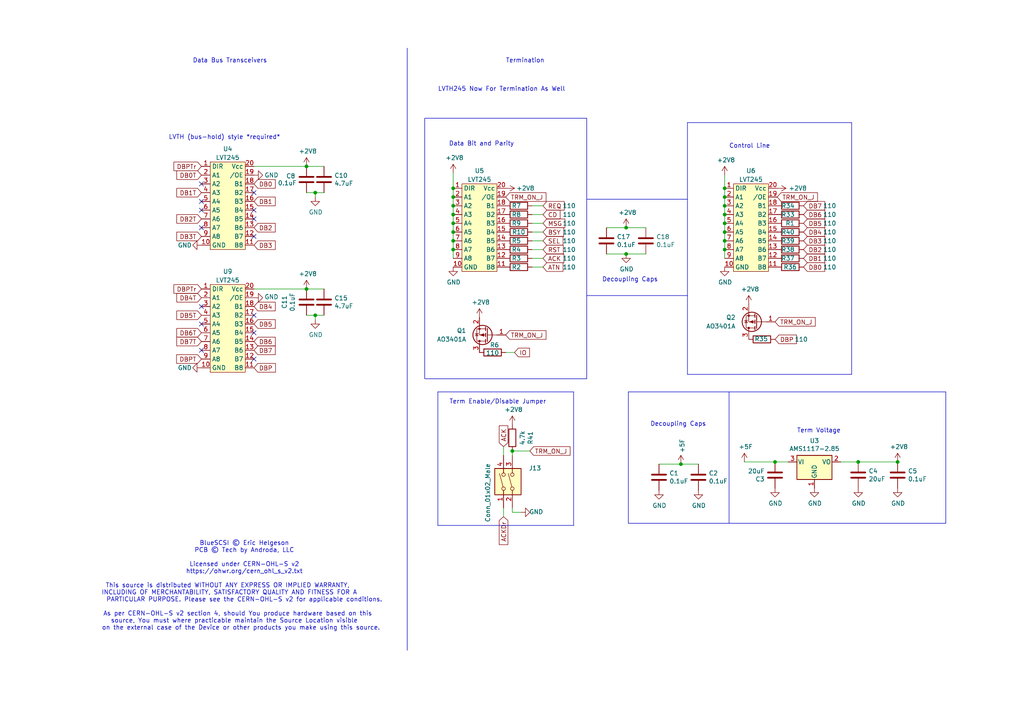
<source format=kicad_sch>
(kicad_sch (version 20250114) (generator "eeschema") (generator_version "9.0")
  (paper "A4")
  (title_block (title "4680-BlueSCSI V2") (date "2024-12-23") (rev "1.01") (company "Tech by Androda, LLC, SweProj.com"))
  (lib_symbols
    (symbol "Device:C" (pin_numbers (hide yes)) (pin_names (offset 0.254))
      (property "Reference" "C" (at 0.635 2.54 0))
      (property "Value" "C" (at 0.635 -2.54 0))
      (symbol "C_0_1"
        (polyline (pts (xy -2.032 0.762) (xy 2.032 0.762)) (stroke (width 0.508)))
        (polyline (pts (xy -2.032 -0.762) (xy 2.032 -0.762)) (stroke (width 0.508)))
      )
      (symbol "C_1_1"
        (pin passive line (at 0 3.81 270) (length 2.794) (name "~") (number "1"))
        (pin passive line (at 0 -3.81 90) (length 2.794) (name "~") (number "2"))
      )
    )
    (symbol "Device:R" (pin_numbers (hide yes)) (pin_names (offset 0))
      (property "Reference" "R" (at 2.032 0 90))
      (property "Value" "R" (at 0 0 90))
      (symbol "R_0_1"
        (rectangle (start -1.016 -2.54) (end 1.016 2.54) (stroke (width 0.254)))
      )
      (symbol "R_1_1"
        (pin passive line (at 0 3.81 270) (length 1.27) (name "~") (number "1"))
        (pin passive line (at 0 -3.81 90) (length 1.27) (name "~") (number "2"))
      )
    )
    (symbol "New_Library:LVT245"
      (property "Reference" "U" (at 0 0 0))
      (property "Value" "LVT245" (at 0 2.54 0))
      (symbol "LVT245_0_1"
        (rectangle (start 5.08 -2.54) (end -5.08 -27.94) (fill (type background)))
      )
      (symbol "LVT245_1_1"
        (pin input line (at -7.62 -3.81 0) (length 2.54) (name "DIR") (number "1"))
        (pin input line (at -7.62 -6.35 0) (length 2.54) (name "A1") (number "2"))
        (pin input line (at -7.62 -8.89 0) (length 2.54) (name "A2") (number "3"))
        (pin input line (at -7.62 -11.43 0) (length 2.54) (name "A3") (number "4"))
        (pin input line (at -7.62 -13.97 0) (length 2.54) (name "A4") (number "5"))
        (pin input line (at -7.62 -16.51 0) (length 2.54) (name "A5") (number "6"))
        (pin input line (at -7.62 -19.05 0) (length 2.54) (name "A6") (number "7"))
        (pin input line (at -7.62 -21.59 0) (length 2.54) (name "A7") (number "8"))
        (pin input line (at -7.62 -24.13 0) (length 2.54) (name "A8") (number "9"))
        (pin input line (at -7.62 -26.67 0) (length 2.54) (name "GND") (number "10"))
        (pin input line (at 7.62 -3.81 180) (length 2.54) (name "Vcc") (number "20"))
        (pin input line (at 7.62 -6.35 180) (length 2.54) (name "/OE") (number "19"))
        (pin input line (at 7.62 -8.89 180) (length 2.54) (name "B1") (number "18"))
        (pin input line (at 7.62 -11.43 180) (length 2.54) (name "B2") (number "17"))
        (pin input line (at 7.62 -13.97 180) (length 2.54) (name "B3") (number "16"))
        (pin input line (at 7.62 -16.51 180) (length 2.54) (name "B4") (number "15"))
        (pin input line (at 7.62 -19.05 180) (length 2.54) (name "B5") (number "14"))
        (pin input line (at 7.62 -21.59 180) (length 2.54) (name "B6") (number "13"))
        (pin input line (at 7.62 -24.13 180) (length 2.54) (name "B7") (number "12"))
        (pin input line (at 7.62 -26.67 180) (length 2.54) (name "B8") (number "11"))
      )
    )
    (symbol "Regulator_Linear:AMS1117CD-2.85" (pin_names (offset 0.254))
      (property "Reference" "U" (at -3.81 3.175 0))
      (property "Value" "AMS1117CD-2.85" (at 0 3.175 0))
      (symbol "AMS1117CD-2.85_0_1"
        (rectangle (start -5.08 -5.08) (end 5.08 1.905) (stroke (width 0.254)) (fill (type background)))
      )
      (symbol "AMS1117CD-2.85_1_1"
        (pin power_in line (at -7.62 0 0) (length 2.54) (name "VI") (number "3"))
        (pin power_in line (at 0 -7.62 90) (length 2.54) (name "GND") (number "1"))
        (pin power_out line (at 7.62 0 180) (length 2.54) (name "VO") (number "2"))
      )
    )
    (symbol "Switch:SW_DIP_x02" (pin_names (offset 0) (hide yes))
      (property "Reference" "SW" (at 0 6.35 0))
      (property "Value" "SW_DIP_x02" (at 0 -3.81 0))
      (symbol "SW_DIP_x02_0_0"
        (circle (center -2.032 2.54) (radius 0.508))
        (circle (center -2.032 0) (radius 0.508))
        (polyline (pts (xy -1.524 2.667) (xy 2.3622 3.7084)))
        (polyline (pts (xy -1.524 0.127) (xy 2.3622 1.1684)))
        (circle (center 2.032 2.54) (radius 0.508))
        (circle (center 2.032 0) (radius 0.508))
      )
      (symbol "SW_DIP_x02_0_1"
        (rectangle (start -3.81 5.08) (end 3.81 -2.54) (stroke (width 0.254)) (fill (type background)))
      )
      (symbol "SW_DIP_x02_1_1"
        (pin passive line (at -7.62 2.54 0) (length 5.08) (name "~") (number "1"))
        (pin passive line (at -7.62 0 0) (length 5.08) (name "~") (number "2"))
        (pin passive line (at 7.62 2.54 180) (length 5.08) (name "~") (number "4"))
        (pin passive line (at 7.62 0 180) (length 5.08) (name "~") (number "3"))
      )
    )
    (symbol "Transistor_FET:AO3401A" (pin_names (hide yes))
      (property "Reference" "Q" (at 5.08 1.905 0))
      (property "Value" "AO3401A" (at 5.08 0 0))
      (symbol "AO3401A_0_1"
        (polyline (pts (xy 0.254 1.905) (xy 0.254 -1.905)) (stroke (width 0.254)))
        (polyline (pts (xy 0.254 0) (xy -2.54 0)))
        (polyline (pts (xy 0.762 2.286) (xy 0.762 1.27)) (stroke (width 0.254)))
        (polyline (pts (xy 0.762 1.778) (xy 3.302 1.778) (xy 3.302 -1.778) (xy 0.762 -1.778)))
        (polyline (pts (xy 0.762 0.508) (xy 0.762 -0.508)) (stroke (width 0.254)))
        (polyline (pts (xy 0.762 -1.27) (xy 0.762 -2.286)) (stroke (width 0.254)))
        (circle (center 1.651 0) (radius 2.794) (stroke (width 0.254)))
        (polyline (pts (xy 2.286 0) (xy 1.27 0.381) (xy 1.27 -0.381) (xy 2.286 0)) (fill (type outline)))
        (polyline (pts (xy 2.54 2.54) (xy 2.54 1.778)))
        (circle (center 2.54 1.778) (radius 0.254) (fill (type outline)))
        (circle (center 2.54 -1.778) (radius 0.254) (fill (type outline)))
        (polyline (pts (xy 2.54 -2.54) (xy 2.54 0) (xy 0.762 0)))
        (polyline (pts (xy 2.794 -0.508) (xy 2.921 -0.381) (xy 3.683 -0.381) (xy 3.81 -0.254)))
        (polyline (pts (xy 3.302 -0.381) (xy 2.921 0.254) (xy 3.683 0.254) (xy 3.302 -0.381)))
      )
      (symbol "AO3401A_1_1"
        (pin input line (at -5.08 0 0) (length 2.54) (name "G") (number "1"))
        (pin passive line (at 2.54 5.08 270) (length 2.54) (name "D") (number "3"))
        (pin passive line (at 2.54 -5.08 90) (length 2.54) (name "S") (number "2"))
      )
    )
    (symbol "power:+2V8" (power) (pin_names (offset 0))
      (property "Value" "+2V8" (at 0 3.556 0))
      (symbol "+2V8_0_1"
        (polyline (pts (xy -0.762 1.27) (xy 0 2.54)))
        (polyline (pts (xy 0 2.54) (xy 0.762 1.27)))
        (polyline (pts (xy 0 0) (xy 0 2.54)))
      )
      (symbol "+2V8_1_1"
        (pin power_in line (at 0 0 90) (length 0) (hide yes) (name "+2V8") (number "1"))
      )
    )
    (symbol "power:+5F" (power) (pin_names (offset 0))
      (property "Value" "+5F" (at 0 3.556 0))
      (symbol "+5F_0_1"
        (polyline (pts (xy -0.762 1.27) (xy 0 2.54)))
        (polyline (pts (xy 0 2.54) (xy 0.762 1.27)))
        (polyline (pts (xy 0 0) (xy 0 2.54)))
      )
      (symbol "+5F_1_1"
        (pin power_in line (at 0 0 90) (length 0) (hide yes) (name "+5F") (number "1"))
      )
    )
    (symbol "power:GND" (power) (pin_names (offset 0))
      (property "Value" "GND" (at 0 -3.81 0))
      (symbol "GND_0_1"
        (polyline (pts (xy 0 0) (xy 0 -1.27) (xy 1.27 -1.27) (xy 0 -2.54) (xy -1.27 -1.27) (xy 0 -1.27)))
      )
      (symbol "GND_1_1"
        (pin power_in line (at 0 0 270) (length 0) (hide yes) (name "GND") (number "1"))
      )
    )
  )
  (text "Data Bus Transceivers" (at 55.88 18.415 0) (effects (font (size 1.27 1.27)) (justify left bottom)))
  (text "Control Line" (at 211.455 43.18 0) (effects (font (size 1.27 1.27)) (justify left bottom)))
  (text "Decoupling Caps" (at 188.595 123.825 0) (effects (font (size 1.27 1.27)) (justify left bottom)))
  (text "Data Bit and Parity" (at 130.175 42.545 0) (effects (font (size 1.27 1.27)) (justify left bottom)))
  (text "Termination" (at 146.685 18.415 0) (effects (font (size 1.27 1.27)) (justify left bottom)))
  (text "Term Voltage" (at 231.14 125.73 0) (effects (font (size 1.27 1.27)) (justify left bottom)))
  (text "Term Enable/Disable Jumper" (at 130.302 117.348 0) (effects (font (size 1.27 1.27)) (justify left bottom)))
  (text "Decoupling Caps" (at 174.625 81.915 0) (effects (font (size 1.27 1.27)) (justify left bottom)))
  (text "LVTH245 Now For Termination As Well" (at 127 26.67 0) (effects (font (size 1.27 1.27)) (justify left bottom)))
  (text "LVTH (bus-hold) style *required*" (at 48.895 40.64 0) (effects (font (size 1.27 1.27)) (justify left bottom)))
  (text "BlueSCSI © Eric Helgeson\nPCB © Tech by Androda, LLC\n\nLicensed under CERN-OHL-S v2\nhttps://ohwr.org/cern_ohl_s_v2.txt\n\nThis source is distributed WITHOUT ANY EXPRESS OR IMPLIED WARRANTY,          \nINCLUDING OF MERCHANTABILITY, SATISFACTORY QUALITY AND FITNESS FOR A         \nPARTICULAR PURPOSE. Please see the CERN-OHL-S v2 for applicable conditions.\n\nAs per CERN-OHL-S v2 section 4, should You produce hardware based on this    \nsource, You must where practicable maintain the Source Location visible      \non the external case of the Device or other products you make using this source.  \n" (at 70.866 169.926 0) (effects (font (size 1.27 1.27))))
  (junction (at 131.445 69.85))
  (junction (at 131.445 54.61))
  (junction (at 131.445 57.15))
  (junction (at 210.185 64.77))
  (junction (at 210.185 72.39))
  (junction (at 131.445 67.31))
  (junction (at 88.9 83.82))
  (junction (at 131.445 64.77))
  (junction (at 131.445 59.69))
  (junction (at 210.185 57.15))
  (junction (at 210.185 62.23))
  (junction (at 91.44 91.44))
  (junction (at 131.445 62.23))
  (junction (at 91.44 55.88))
  (junction (at 210.185 59.69))
  (junction (at 210.185 69.85))
  (junction (at 224.79 133.985))
  (junction (at 210.185 67.31))
  (junction (at 260.35 133.985))
  (junction (at 131.445 72.39))
  (junction (at 148.59 130.81))
  (junction (at 181.61 73.66))
  (junction (at 181.61 66.04))
  (junction (at 210.185 54.61))
  (junction (at 197.485 134.62))
  (junction (at 248.92 133.985))
  (junction (at 88.9 48.26))
  (no_connect (at 58.42 53.34))
  (no_connect (at 73.66 60.96))
  (no_connect (at 58.42 66.04))
  (no_connect (at 58.42 101.6))
  (no_connect (at 73.66 104.14))
  (no_connect (at 58.42 93.98))
  (no_connect (at 58.42 58.42))
  (no_connect (at 73.66 96.52))
  (no_connect (at 58.42 88.9))
  (no_connect (at 73.66 55.88))
  (no_connect (at 58.42 60.96))
  (no_connect (at 73.66 63.5))
  (no_connect (at 73.66 91.44))
  (no_connect (at 73.66 68.58))
  (wire (pts (xy 210.185 64.77) (xy 210.185 67.31)))
  (wire (pts (xy 197.485 134.62) (xy 202.565 134.62)))
  (wire (pts (xy 248.92 133.985) (xy 260.35 133.985)))
  (wire (pts (xy 175.895 73.66) (xy 181.61 73.66)))
  (wire (pts (xy 210.185 67.31) (xy 210.185 69.85)))
  (wire (pts (xy 91.44 91.44) (xy 91.44 92.71)))
  (polyline (pts (xy 170.18 85.725) (xy 199.39 85.725)))
  (wire (pts (xy 243.84 133.985) (xy 248.92 133.985)))
  (wire (pts (xy 210.185 50.8) (xy 210.185 54.61)))
  (wire (pts (xy 146.05 147.32) (xy 146.05 149.86)))
  (wire (pts (xy 210.185 72.39) (xy 210.185 74.93)))
  (polyline (pts (xy 118.11 13.97) (xy 118.11 188.595)))
  (wire (pts (xy 73.66 48.26) (xy 88.9 48.26)))
  (polyline (pts (xy 123.19 34.29) (xy 170.18 34.29)))
  (wire (pts (xy 154.305 67.31) (xy 157.48 67.31)))
  (polyline (pts (xy 182.245 113.665) (xy 182.245 151.765)))
  (polyline (pts (xy 199.39 35.56) (xy 247.015 35.56)))
  (polyline (pts (xy 123.19 109.855) (xy 170.18 109.855)))
  (wire (pts (xy 154.305 72.39) (xy 157.48 72.39)))
  (wire (pts (xy 131.445 64.77) (xy 131.445 67.31)))
  (wire (pts (xy 73.66 83.82) (xy 88.9 83.82)))
  (wire (pts (xy 181.61 73.66) (xy 187.325 73.66)))
  (polyline (pts (xy 170.18 109.855) (xy 170.18 34.29)))
  (wire (pts (xy 146.05 129.54) (xy 146.05 132.08)))
  (wire (pts (xy 154.305 59.69) (xy 157.48 59.69)))
  (wire (pts (xy 131.445 59.69) (xy 131.445 62.23)))
  (wire (pts (xy 88.9 48.26) (xy 93.98 48.26)))
  (wire (pts (xy 131.445 72.39) (xy 131.445 74.93)))
  (polyline (pts (xy 127 113.665) (xy 127 152.4)))
  (wire (pts (xy 154.305 62.23) (xy 157.48 62.23)))
  (wire (pts (xy 148.59 130.81) (xy 148.59 132.08)))
  (polyline (pts (xy 211.455 113.665) (xy 211.455 151.765)))
  (wire (pts (xy 154.305 64.77) (xy 157.48 64.77)))
  (wire (pts (xy 88.9 83.82) (xy 93.98 83.82)))
  (polyline (pts (xy 166.37 152.4) (xy 166.37 113.665)))
  (polyline (pts (xy 170.18 57.785) (xy 199.39 57.785)))
  (wire (pts (xy 91.44 55.88) (xy 91.44 57.15)))
  (wire (pts (xy 148.59 148.59) (xy 151.13 148.59)))
  (wire (pts (xy 210.185 62.23) (xy 210.185 64.77)))
  (wire (pts (xy 131.445 62.23) (xy 131.445 64.77)))
  (wire (pts (xy 131.445 50.165) (xy 131.445 54.61)))
  (wire (pts (xy 210.185 59.69) (xy 210.185 62.23)))
  (wire (pts (xy 210.185 54.61) (xy 210.185 57.15)))
  (polyline (pts (xy 247.015 108.585) (xy 247.015 35.56)))
  (polyline (pts (xy 182.245 113.665) (xy 274.32 113.665)))
  (wire (pts (xy 215.9 133.985) (xy 224.79 133.985)))
  (wire (pts (xy 175.895 66.04) (xy 181.61 66.04)))
  (wire (pts (xy 154.305 77.47) (xy 157.48 77.47)))
  (wire (pts (xy 91.44 55.88) (xy 93.98 55.88)))
  (wire (pts (xy 181.61 66.04) (xy 187.325 66.04)))
  (wire (pts (xy 149.225 102.235) (xy 146.685 102.235)))
  (polyline (pts (xy 274.32 113.665) (xy 274.32 151.765)))
  (wire (pts (xy 154.305 74.93) (xy 157.48 74.93)))
  (wire (pts (xy 131.445 69.85) (xy 131.445 72.39)))
  (polyline (pts (xy 199.39 108.585) (xy 247.015 108.585)))
  (polyline (pts (xy 123.19 34.29) (xy 123.19 109.855)))
  (wire (pts (xy 210.185 57.15) (xy 210.185 59.69)))
  (wire (pts (xy 148.59 130.81) (xy 153.67 130.81)))
  (wire (pts (xy 88.9 55.88) (xy 91.44 55.88)))
  (wire (pts (xy 131.445 54.61) (xy 131.445 57.15)))
  (wire (pts (xy 210.185 69.85) (xy 210.185 72.39)))
  (wire (pts (xy 191.135 134.62) (xy 197.485 134.62)))
  (wire (pts (xy 131.445 57.15) (xy 131.445 59.69)))
  (wire (pts (xy 224.79 133.985) (xy 228.6 133.985)))
  (wire (pts (xy 154.305 69.85) (xy 157.48 69.85)))
  (wire (pts (xy 131.445 67.31) (xy 131.445 69.85)))
  (wire (pts (xy 148.59 147.32) (xy 148.59 148.59)))
  (polyline (pts (xy 127 113.665) (xy 166.37 113.665)))
  (polyline (pts (xy 127 152.4) (xy 166.37 152.4)))
  (polyline (pts (xy 199.39 35.56) (xy 199.39 108.585)))
  (wire (pts (xy 91.44 91.44) (xy 93.98 91.44)))
  (wire (pts (xy 88.9 91.44) (xy 91.44 91.44)))
  (polyline (pts (xy 274.32 151.765) (xy 182.245 151.765)))
  (global_label "DB3T" (shape input) (at 58.42 68.58 180) (property "Intersheetrefs" "${INTERSHEET_REFS}" (effects (hide yes))))
  (global_label "TRM_ON_J" (shape input) (at 153.67 130.81 0) (property "Intersheetrefs" "${INTERSHEET_REFS}" (effects (hide yes))))
  (global_label "DB1" (shape input) (at 233.045 74.93 0) (property "Intersheetrefs" "${INTERSHEET_REFS}" (effects (hide yes))))
  (global_label "TRM_ON_J" (shape input) (at 225.425 57.15 0) (property "Intersheetrefs" "${INTERSHEET_REFS}" (effects (hide yes))))
  (global_label "DBPTr" (shape input) (at 58.42 83.82 180) (property "Intersheetrefs" "${INTERSHEET_REFS}" (effects (hide yes))))
  (global_label "DB7" (shape input) (at 73.66 101.6 0) (property "Intersheetrefs" "${INTERSHEET_REFS}" (effects (hide yes))))
  (global_label "DBPTr" (shape input) (at 58.42 48.26 180) (property "Intersheetrefs" "${INTERSHEET_REFS}" (effects (hide yes))))
  (global_label "DB5T" (shape input) (at 58.42 91.44 180) (property "Intersheetrefs" "${INTERSHEET_REFS}" (effects (hide yes))))
  (global_label "DB2" (shape input) (at 73.66 66.04 0) (property "Intersheetrefs" "${INTERSHEET_REFS}" (effects (hide yes))))
  (global_label "CD" (shape input) (at 157.48 62.23 0) (property "Intersheetrefs" "${INTERSHEET_REFS}" (effects (hide yes))))
  (global_label "TRM_ON_J" (shape input) (at 146.685 97.155 0) (property "Intersheetrefs" "${INTERSHEET_REFS}" (effects (hide yes))))
  (global_label "DBP" (shape input) (at 224.79 98.425 0) (property "Intersheetrefs" "${INTERSHEET_REFS}" (effects (hide yes))))
  (global_label "DB6T" (shape input) (at 58.42 96.52 180) (property "Intersheetrefs" "${INTERSHEET_REFS}" (effects (hide yes))))
  (global_label "DB7T" (shape input) (at 58.42 99.06 180) (property "Intersheetrefs" "${INTERSHEET_REFS}" (effects (hide yes))))
  (global_label "DB0T" (shape input) (at 58.42 50.8 180) (property "Intersheetrefs" "${INTERSHEET_REFS}" (effects (hide yes))))
  (global_label "DB0" (shape input) (at 73.66 53.34 0) (property "Intersheetrefs" "${INTERSHEET_REFS}" (effects (hide yes))))
  (global_label "DB7" (shape input) (at 233.045 59.69 0) (property "Intersheetrefs" "${INTERSHEET_REFS}" (effects (hide yes))))
  (global_label "ATN" (shape input) (at 157.48 77.47 0) (property "Intersheetrefs" "${INTERSHEET_REFS}" (effects (hide yes))))
  (global_label "ACKDr" (shape input) (at 146.05 149.86 270) (property "Intersheetrefs" "${INTERSHEET_REFS}" (effects (hide yes))))
  (global_label "RST" (shape input) (at 157.48 72.39 0) (property "Intersheetrefs" "${INTERSHEET_REFS}" (effects (hide yes))))
  (global_label "DB3" (shape input) (at 73.66 71.12 0) (property "Intersheetrefs" "${INTERSHEET_REFS}" (effects (hide yes))))
  (global_label "DB5" (shape input) (at 73.66 93.98 0) (property "Intersheetrefs" "${INTERSHEET_REFS}" (effects (hide yes))))
  (global_label "TRM_ON_J" (shape input) (at 224.79 93.345 0) (property "Intersheetrefs" "${INTERSHEET_REFS}" (effects (hide yes))))
  (global_label "ACK" (shape input) (at 157.48 74.93 0) (property "Intersheetrefs" "${INTERSHEET_REFS}" (effects (hide yes))))
  (global_label "DB2T" (shape input) (at 58.42 63.5 180) (property "Intersheetrefs" "${INTERSHEET_REFS}" (effects (hide yes))))
  (global_label "MSG" (shape input) (at 157.48 64.77 0) (property "Intersheetrefs" "${INTERSHEET_REFS}" (effects (hide yes))))
  (global_label "REQ" (shape input) (at 157.48 59.69 0) (property "Intersheetrefs" "${INTERSHEET_REFS}" (effects (hide yes))))
  (global_label "IO" (shape input) (at 149.225 102.235 0) (property "Intersheetrefs" "${INTERSHEET_REFS}" (effects (hide yes))))
  (global_label "DB5" (shape input) (at 233.045 64.77 0) (property "Intersheetrefs" "${INTERSHEET_REFS}" (effects (hide yes))))
  (global_label "ACK" (shape input) (at 146.05 129.54 90) (property "Intersheetrefs" "${INTERSHEET_REFS}" (effects (hide yes))))
  (global_label "DB0" (shape input) (at 233.045 77.47 0) (property "Intersheetrefs" "${INTERSHEET_REFS}" (effects (hide yes))))
  (global_label "DB1T" (shape input) (at 58.42 55.88 180) (property "Intersheetrefs" "${INTERSHEET_REFS}" (effects (hide yes))))
  (global_label "DB6" (shape input) (at 233.045 62.23 0) (property "Intersheetrefs" "${INTERSHEET_REFS}" (effects (hide yes))))
  (global_label "DB3" (shape input) (at 233.045 69.85 0) (property "Intersheetrefs" "${INTERSHEET_REFS}" (effects (hide yes))))
  (global_label "DBPT" (shape input) (at 58.42 104.14 180) (property "Intersheetrefs" "${INTERSHEET_REFS}" (effects (hide yes))))
  (global_label "TRM_ON_J" (shape input) (at 146.685 57.15 0) (property "Intersheetrefs" "${INTERSHEET_REFS}" (effects (hide yes))))
  (global_label "SEL" (shape input) (at 157.48 69.85 0) (property "Intersheetrefs" "${INTERSHEET_REFS}" (effects (hide yes))))
  (global_label "DB4" (shape input) (at 73.66 88.9 0) (property "Intersheetrefs" "${INTERSHEET_REFS}" (effects (hide yes))))
  (global_label "DB2" (shape input) (at 233.045 72.39 0) (property "Intersheetrefs" "${INTERSHEET_REFS}" (effects (hide yes))))
  (global_label "DB6" (shape input) (at 73.66 99.06 0) (property "Intersheetrefs" "${INTERSHEET_REFS}" (effects (hide yes))))
  (global_label "BSY" (shape input) (at 157.48 67.31 0) (property "Intersheetrefs" "${INTERSHEET_REFS}" (effects (hide yes))))
  (global_label "DB4T" (shape input) (at 58.42 86.36 180) (property "Intersheetrefs" "${INTERSHEET_REFS}" (effects (hide yes))))
  (global_label "DBP" (shape input) (at 73.66 106.68 0) (property "Intersheetrefs" "${INTERSHEET_REFS}" (effects (hide yes))))
  (global_label "DB4" (shape input) (at 233.045 67.31 0) (property "Intersheetrefs" "${INTERSHEET_REFS}" (effects (hide yes))))
  (global_label "DB1" (shape input) (at 73.66 58.42 0) (property "Intersheetrefs" "${INTERSHEET_REFS}" (effects (hide yes))))
  (symbol (lib_id "Device:C") (at 260.35 137.795 0) (unit 1)
    (property "Reference" "C5" (at 263.3472 136.6266 0) (effects (justify left)))
    (property "Value" "0.1uF" (at 263.3472 138.938 0) (effects (justify left)))
    (property "Footprint" "Capacitor_SMD:C_0402_1005Metric" (effects (hide yes)))
    (property "Description" "Unpolarized capacitor" (effects (hide yes)))
    (property "LCSC" "C1525" (effects (hide yes)))
  )
  (symbol (lib_id "power:GND") (at 151.13 148.59 90) (unit 1)
    (property "Reference" "#PWR04" (effects (hide yes)))
    (property "Value" "GND" (at 155.5242 148.463 90))
  )
  (symbol (lib_id "New_Library:LVT245") (at 217.805 50.8 0) (unit 1)
    (property "Reference" "U6" (at 217.805 49.53 0))
    (property "Value" "LVT245" (at 217.805 52.07 0))
    (property "Footprint" "Package_SO:TSSOP-20_4.4x6.5mm_P0.65mm" (effects (hide yes)))
    (property "LCSC" "C238954" (effects (hide yes)))
  )
  (symbol (lib_id "New_Library:LVT245") (at 139.065 50.8 0) (unit 1)
    (property "Reference" "U5" (at 139.065 49.53 0))
    (property "Value" "LVT245" (at 139.065 52.07 0))
    (property "Footprint" "Package_SO:TSSOP-20_4.4x6.5mm_P0.65mm" (effects (hide yes)))
    (property "LCSC" "C238954" (effects (hide yes)))
  )
  (symbol (lib_id "power:GND") (at 181.61 73.66 0) (unit 1)
    (property "Reference" "#PWR054" (effects (hide yes)))
    (property "Value" "GND" (at 181.737 78.0542 0))
  )
  (symbol (lib_id "power:+2V8") (at 225.425 54.61 270) (unit 1)
    (property "Reference" "#PWR0109" (effects (hide yes)))
    (property "Value" "+2V8" (at 231.394 54.61 90))
  )
  (symbol (lib_id "New_Library:LVT245") (at 66.04 44.45 0) (unit 1)
    (property "Reference" "U4" (at 66.04 43.18 0))
    (property "Value" "LVT245" (at 66.04 45.72 0))
    (property "Footprint" "Package_SO:TSSOP-20_4.4x6.5mm_P0.65mm" (effects (hide yes)))
    (property "LCSC" "C238954" (effects (hide yes)))
  )
  (symbol (lib_id "Device:C") (at 88.9 52.07 0) (unit 1)
    (property "Reference" "C8" (at 84.328 51.054 0))
    (property "Value" "0.1uF" (at 83.312 53.086 0))
    (property "Footprint" "Capacitor_SMD:C_0402_1005Metric" (effects (hide yes)))
    (property "LCSC" "C1525" (effects (hide yes)))
  )
  (symbol (lib_id "Device:C") (at 191.135 138.43 0) (unit 1)
    (property "Reference" "C1" (at 194.1322 137.2616 0) (effects (justify left)))
    (property "Value" "0.1uF" (at 194.1322 139.573 0) (effects (justify left)))
    (property "Footprint" "Capacitor_SMD:C_0402_1005Metric" (effects (hide yes)))
    (property "Description" "Unpolarized capacitor" (effects (hide yes)))
    (property "LCSC" "C1525" (effects (hide yes)))
  )
  (symbol (lib_id "Device:R") (at 229.235 69.85 90) (mirror x) (unit 1)
    (property "Reference" "R39" (at 230.505 69.85 90) (effects (justify left)))
    (property "Value" "110" (at 242.57 69.85 90) (effects (justify left)))
    (property "Footprint" "Resistor_SMD:R_0603_1608Metric" (effects (hide yes)))
    (property "LCSC" "C22781" (effects (hide yes)))
  )
  (symbol (lib_id "power:+2V8") (at 148.59 123.19 0) (unit 1)
    (property "Reference" "#PWR058" (effects (hide yes)))
    (property "Value" "+2V8" (at 148.971 118.7958 0))
  )
  (symbol (lib_id "Switch:SW_DIP_x02") (at 148.59 139.7 90) (unit 1)
    (property "Reference" "J13" (at 153.3652 135.7884 90) (effects (justify right)))
    (property "Value" "Conn_01x02_Male" (at 141.478 134.366 0) (effects (justify right)))
    (property "Footprint" "Button_Switch_THT:SW_DIP_SPSTx02_Piano_10.8x6.64mm_W7.62mm_P2.54mm" (effects (hide yes)))
    (property "Description" "2x DIP Switch, Single Pole Single Throw (SPST) switch, small symbol" (effects (hide yes)))
    (property "LCSC" "  C5299514 " (effects (hide yes)))
    (property "JLC Part#" "  C5299514 " (effects (hide yes)))
  )
  (symbol (lib_id "power:+5F") (at 197.485 134.62 0) (unit 1)
    (property "Reference" "#PWR0116" (effects (hide yes)))
    (property "Value" "+5F" (at 197.866 131.3688 90) (effects (justify left)))
  )
  (symbol (lib_id "Regulator_Linear:AMS1117CD-2.85") (at 236.22 133.985 0) (unit 1)
    (property "Reference" "U3" (at 236.22 127.8382 0))
    (property "Value" "AMS1117-2.85" (at 236.22 130.1496 0))
    (property "Footprint" "Package_TO_SOT_SMD:SOT-223-3_TabPin2" (effects (hide yes)))
    (property "Datasheet" "http://www.advanced-monolithic.com/pdf/ds1117.pdf" (effects (hide yes)))
    (property "LCSC" "C14791" (effects (hide yes)))
  )
  (symbol (lib_id "power:GND") (at 191.135 142.24 0) (unit 1)
    (property "Reference" "#PWR03" (effects (hide yes)))
    (property "Value" "GND" (at 191.262 146.6342 0))
  )
  (symbol (lib_id "Transistor_FET:AO3401A") (at 141.605 97.155 180) (unit 1)
    (property "Reference" "Q1" (at 135.255 95.8849 0) (effects (justify left)))
    (property "Value" "AO3401A" (at 135.255 98.4249 0) (effects (justify left)))
    (property "Footprint" "Package_TO_SOT_SMD:SOT-23" (effects (hide yes)))
    (property "Datasheet" "http://www.aosmd.com/pdfs/datasheet/AO3401A.pdf" (effects (hide yes)))
    (property "LCSC" "C15127" (effects (hide yes)))
  )
  (symbol (lib_id "power:GND") (at 58.42 106.68 270) (unit 1)
    (property "Reference" "#PWR011" (effects (hide yes)))
    (property "Value" "GND" (at 53.594 106.68 90))
  )
  (symbol (lib_id "power:GND") (at 224.79 141.605 0) (unit 1)
    (property "Reference" "#PWR07" (effects (hide yes)))
    (property "Value" "GND" (at 224.917 145.9992 0))
  )
  (symbol (lib_id "power:GND") (at 91.44 57.15 0) (unit 1)
    (property "Reference" "#PWR010" (effects (hide yes)))
    (property "Value" "GND" (at 91.567 61.5442 0))
  )
  (symbol (lib_id "Device:C") (at 224.79 137.795 0) (unit 1)
    (property "Reference" "C3" (at 221.7928 138.9634 0) (effects (justify right)))
    (property "Value" "20uF" (at 221.7928 136.652 0) (effects (justify right)))
    (property "Footprint" "Capacitor_SMD:C_0805_2012Metric" (effects (hide yes)))
    (property "Description" "Unpolarized capacitor" (effects (hide yes)))
    (property "LCSC" "C45783" (effects (hide yes)))
  )
  (symbol (lib_id "power:GND") (at 248.92 141.605 0) (unit 1)
    (property "Reference" "#PWR013" (effects (hide yes)))
    (property "Value" "GND" (at 249.047 145.9992 0))
  )
  (symbol (lib_id "Device:R") (at 229.235 59.69 90) (unit 1)
    (property "Reference" "R34" (at 230.505 59.69 90) (effects (justify left)))
    (property "Value" "110" (at 242.57 59.69 90) (effects (justify left)))
    (property "Footprint" "Resistor_SMD:R_0603_1608Metric" (effects (hide yes)))
    (property "LCSC" "C22781" (effects (hide yes)))
  )
  (symbol (lib_id "Device:R") (at 150.495 77.47 90) (unit 1)
    (property "Reference" "R2" (at 151.13 77.47 90) (effects (justify left)))
    (property "Value" "110" (at 167.005 77.47 90) (effects (justify left)))
    (property "Footprint" "Resistor_SMD:R_0603_1608Metric" (effects (hide yes)))
    (property "LCSC" "C22781" (effects (hide yes)))
  )
  (symbol (lib_id "Device:R") (at 150.495 69.85 90) (mirror x) (unit 1)
    (property "Reference" "R5" (at 151.13 69.85 90) (effects (justify left)))
    (property "Value" "110" (at 167.005 69.85 90) (effects (justify left)))
    (property "Footprint" "Resistor_SMD:R_0603_1608Metric" (effects (hide yes)))
    (property "LCSC" "C22781" (effects (hide yes)))
  )
  (symbol (lib_id "power:GND") (at 236.22 141.605 0) (unit 1)
    (property "Reference" "#PWR012" (effects (hide yes)))
    (property "Value" "GND" (at 236.347 145.9992 0))
  )
  (symbol (lib_id "power:+5F") (at 215.9 133.985 0) (unit 1)
    (property "Reference" "#PWR06" (effects (hide yes)))
    (property "Value" "+5F" (at 216.281 129.5908 0))
  )
  (symbol (lib_id "Device:C") (at 202.565 138.43 0) (unit 1)
    (property "Reference" "C2" (at 205.5622 137.2616 0) (effects (justify left)))
    (property "Value" "0.1uF" (at 205.5622 139.573 0) (effects (justify left)))
    (property "Footprint" "Capacitor_SMD:C_0402_1005Metric" (effects (hide yes)))
    (property "Description" "Unpolarized capacitor" (effects (hide yes)))
    (property "LCSC" "C1525" (effects (hide yes)))
  )
  (symbol (lib_id "power:GND") (at 91.44 92.71 0) (unit 1)
    (property "Reference" "#PWR022" (effects (hide yes)))
    (property "Value" "GND" (at 91.567 97.1042 0))
  )
  (symbol (lib_id "Device:R") (at 148.59 127 180) (unit 1)
    (property "Reference" "R41" (at 153.8478 127 90))
    (property "Value" "4.7k" (at 151.5364 127 90))
    (property "Footprint" "Resistor_SMD:R_0603_1608Metric" (effects (hide yes)))
    (property "LCSC" "C23162" (effects (hide yes)))
  )
  (symbol (lib_id "power:GND") (at 131.445 77.47 0) (unit 1)
    (property "Reference" "#PWR028" (effects (hide yes)))
    (property "Value" "GND" (at 131.572 81.8642 0))
  )
  (symbol (lib_id "power:+2V8") (at 139.065 92.075 0) (unit 1)
    (property "Reference" "#PWR031" (effects (hide yes)))
    (property "Value" "+2V8" (at 139.446 87.6808 0))
  )
  (symbol (lib_id "power:+2V8") (at 131.445 50.165 0) (unit 1)
    (property "Reference" "#PWR024" (effects (hide yes)))
    (property "Value" "+2V8" (at 131.826 45.7708 0))
  )
  (symbol (lib_id "Device:C") (at 93.98 52.07 0) (unit 1)
    (property "Reference" "C10" (at 96.9772 50.9016 0) (effects (justify left)))
    (property "Value" "4.7uF" (at 96.9772 53.213 0) (effects (justify left)))
    (property "Footprint" "Capacitor_SMD:C_0805_2012Metric" (effects (hide yes)))
    (property "Description" "Unpolarized capacitor" (effects (hide yes)))
    (property "LCSC" "C1779" (effects (hide yes)))
  )
  (symbol (lib_id "Device:R") (at 150.495 74.93 90) (unit 1)
    (property "Reference" "R3" (at 151.13 74.93 90) (effects (justify left)))
    (property "Value" "110" (at 167.005 74.93 90) (effects (justify left)))
    (property "Footprint" "Resistor_SMD:R_0603_1608Metric" (effects (hide yes)))
    (property "LCSC" "C22781" (effects (hide yes)))
  )
  (symbol (lib_id "power:GND") (at 210.185 77.47 0) (unit 1)
    (property "Reference" "#PWR034" (effects (hide yes)))
    (property "Value" "GND" (at 210.312 81.8642 0))
  )
  (symbol (lib_id "power:+2V8") (at 88.9 83.82 0) (unit 1)
    (property "Reference" "#PWR021" (effects (hide yes)))
    (property "Value" "+2V8" (at 89.281 79.4258 0))
  )
  (symbol (lib_id "Device:R") (at 229.235 62.23 90) (unit 1)
    (property "Reference" "R33" (at 230.505 62.23 90) (effects (justify left)))
    (property "Value" "110" (at 242.57 62.23 90) (effects (justify left)))
    (property "Footprint" "Resistor_SMD:R_0603_1608Metric" (effects (hide yes)))
    (property "LCSC" "C22781" (effects (hide yes)))
  )
  (symbol (lib_id "power:+2V8") (at 210.185 50.8 0) (unit 1)
    (property "Reference" "#PWR033" (effects (hide yes)))
    (property "Value" "+2V8" (at 210.566 46.4058 0))
  )
  (symbol (lib_id "Device:C") (at 175.895 69.85 0) (unit 1)
    (property "Reference" "C17" (at 178.8922 68.6816 0) (effects (justify left)))
    (property "Value" "0.1uF" (at 178.8922 70.993 0) (effects (justify left)))
    (property "Footprint" "Capacitor_SMD:C_0402_1005Metric" (effects (hide yes)))
    (property "Description" "Unpolarized capacitor" (effects (hide yes)))
    (property "LCSC" "C1525" (effects (hide yes)))
  )
  (symbol (lib_id "Transistor_FET:AO3401A") (at 219.71 93.345 180) (unit 1)
    (property "Reference" "Q2" (at 213.36 92.0749 0) (effects (justify left)))
    (property "Value" "AO3401A" (at 213.36 94.6149 0) (effects (justify left)))
    (property "Footprint" "Package_TO_SOT_SMD:SOT-23" (effects (hide yes)))
    (property "Datasheet" "http://www.aosmd.com/pdfs/datasheet/AO3401A.pdf" (effects (hide yes)))
    (property "LCSC" "C15127" (effects (hide yes)))
  )
  (symbol (lib_id "power:+2V8") (at 217.17 88.265 0) (unit 1)
    (property "Reference" "#PWR039" (effects (hide yes)))
    (property "Value" "+2V8" (at 217.551 83.8708 0))
  )
  (symbol (lib_id "Device:R") (at 142.875 102.235 90) (unit 1)
    (property "Reference" "R6" (at 144.78 100.076 90) (effects (justify left)))
    (property "Value" "110" (at 144.78 102.362 90) (effects (justify left)))
    (property "Footprint" "Resistor_SMD:R_0603_1608Metric" (effects (hide yes)))
    (property "LCSC" "C22781" (effects (hide yes)))
  )
  (symbol (lib_id "Device:C") (at 187.325 69.85 0) (unit 1)
    (property "Reference" "C18" (at 190.3222 68.6816 0) (effects (justify left)))
    (property "Value" "0.1uF" (at 190.3222 70.993 0) (effects (justify left)))
    (property "Footprint" "Capacitor_SMD:C_0402_1005Metric" (effects (hide yes)))
    (property "Description" "Unpolarized capacitor" (effects (hide yes)))
    (property "LCSC" "C1525" (effects (hide yes)))
  )
  (symbol (lib_id "Device:R") (at 229.235 72.39 90) (mirror x) (unit 1)
    (property "Reference" "R38" (at 230.505 72.39 90) (effects (justify left)))
    (property "Value" "110" (at 242.57 72.39 90) (effects (justify left)))
    (property "Footprint" "Resistor_SMD:R_0603_1608Metric" (effects (hide yes)))
    (property "LCSC" "C22781" (effects (hide yes)))
  )
  (symbol (lib_id "Device:R") (at 150.495 64.77 90) (unit 1)
    (property "Reference" "R9" (at 151.13 64.77 90) (effects (justify left)))
    (property "Value" "110" (at 167.005 64.77 90) (effects (justify left)))
    (property "Footprint" "Resistor_SMD:R_0603_1608Metric" (effects (hide yes)))
    (property "LCSC" "C22781" (effects (hide yes)))
  )
  (symbol (lib_id "power:GND") (at 202.565 142.24 0) (unit 1)
    (property "Reference" "#PWR05" (effects (hide yes)))
    (property "Value" "GND" (at 202.692 146.6342 0))
  )
  (symbol (lib_id "power:+2V8") (at 260.35 133.985 0) (unit 1)
    (property "Reference" "#PWR015" (effects (hide yes)))
    (property "Value" "+2V8" (at 260.731 129.5908 0))
  )
  (symbol (lib_id "Device:R") (at 150.495 59.69 90) (unit 1)
    (property "Reference" "R7" (at 151.13 59.69 90) (effects (justify left)))
    (property "Value" "110" (at 167.005 59.69 90) (effects (justify left)))
    (property "Footprint" "Resistor_SMD:R_0603_1608Metric" (effects (hide yes)))
    (property "LCSC" "C22781" (effects (hide yes)))
  )
  (symbol (lib_id "power:GND") (at 260.35 141.605 0) (unit 1)
    (property "Reference" "#PWR016" (effects (hide yes)))
    (property "Value" "GND" (at 260.477 145.9992 0))
  )
  (symbol (lib_id "power:GND") (at 73.66 86.36 90) (unit 1)
    (property "Reference" "#PWR020" (effects (hide yes)))
    (property "Value" "GND" (at 78.74 86.106 90))
  )
  (symbol (lib_id "Device:R") (at 220.98 98.425 90) (unit 1)
    (property "Reference" "R35" (at 222.758 98.298 90) (effects (justify left)))
    (property "Value" "110" (at 234.315 98.425 90) (effects (justify left)))
    (property "Footprint" "Resistor_SMD:R_0603_1608Metric" (effects (hide yes)))
    (property "LCSC" "C22781" (effects (hide yes)))
  )
  (symbol (lib_id "Device:R") (at 150.495 62.23 90) (unit 1)
    (property "Reference" "R8" (at 151.13 62.23 90) (effects (justify left)))
    (property "Value" "110" (at 167.005 62.23 90) (effects (justify left)))
    (property "Footprint" "Resistor_SMD:R_0603_1608Metric" (effects (hide yes)))
    (property "LCSC" "C22781" (effects (hide yes)))
  )
  (symbol (lib_id "Device:C") (at 93.98 87.63 0) (unit 1)
    (property "Reference" "C15" (at 96.9772 86.4616 0) (effects (justify left)))
    (property "Value" "4.7uF" (at 96.9772 88.773 0) (effects (justify left)))
    (property "Footprint" "Capacitor_SMD:C_0805_2012Metric" (effects (hide yes)))
    (property "Description" "Unpolarized capacitor" (effects (hide yes)))
    (property "LCSC" "C1779" (effects (hide yes)))
  )
  (symbol (lib_id "Device:C") (at 88.9 87.63 0) (unit 1)
    (property "Reference" "C11" (at 82.4992 87.63 90))
    (property "Value" "0.1uF" (at 84.8106 87.63 90))
    (property "Footprint" "Capacitor_SMD:C_0402_1005Metric" (effects (hide yes)))
    (property "LCSC" "C1525" (effects (hide yes)))
  )
  (symbol (lib_id "Device:R") (at 229.235 74.93 90) (mirror x) (unit 1)
    (property "Reference" "R37" (at 230.505 74.93 90) (effects (justify left)))
    (property "Value" "110" (at 242.57 74.93 90) (effects (justify left)))
    (property "Footprint" "Resistor_SMD:R_0603_1608Metric" (effects (hide yes)))
    (property "LCSC" "C22781" (effects (hide yes)))
  )
  (symbol (lib_id "Device:R") (at 229.235 77.47 90) (mirror x) (unit 1)
    (property "Reference" "R36" (at 231.14 77.47 90) (effects (justify left)))
    (property "Value" "110" (at 242.57 77.47 90) (effects (justify left)))
    (property "Footprint" "Resistor_SMD:R_0603_1608Metric" (effects (hide yes)))
    (property "LCSC" "C22781" (effects (hide yes)))
  )
  (symbol (lib_id "New_Library:LVT245") (at 66.04 80.01 0) (unit 1)
    (property "Reference" "U9" (at 66.04 78.74 0))
    (property "Value" "LVT245" (at 66.04 81.28 0))
    (property "Footprint" "Package_SO:TSSOP-20_4.4x6.5mm_P0.65mm" (effects (hide yes)))
    (property "LCSC" "C238954" (effects (hide yes)))
  )
  (symbol (lib_id "power:GND") (at 73.66 50.8 90) (unit 1)
    (property "Reference" "#PWR08" (effects (hide yes)))
    (property "Value" "GND" (at 78.74 50.8 90))
  )
  (symbol (lib_id "power:+2V8") (at 146.685 54.61 270) (unit 1)
    (property "Reference" "#PWR0110" (effects (hide yes)))
    (property "Value" "+2V8" (at 152.4 54.61 90))
  )
  (symbol (lib_id "power:+2V8") (at 181.61 66.04 0) (unit 1)
    (property "Reference" "#PWR053" (effects (hide yes)))
    (property "Value" "+2V8" (at 181.991 61.6458 0))
  )
  (symbol (lib_id "Device:R") (at 229.235 67.31 90) (unit 1)
    (property "Reference" "R40" (at 230.505 67.31 90) (effects (justify left)))
    (property "Value" "110" (at 242.57 67.31 90) (effects (justify left)))
    (property "Footprint" "Resistor_SMD:R_0603_1608Metric" (effects (hide yes)))
    (property "LCSC" "C22781" (effects (hide yes)))
  )
  (symbol (lib_id "Device:R") (at 229.235 64.77 90) (unit 1)
    (property "Reference" "R1" (at 230.505 64.77 90) (effects (justify left)))
    (property "Value" "110" (at 242.57 64.77 90) (effects (justify left)))
    (property "Footprint" "Resistor_SMD:R_0603_1608Metric" (effects (hide yes)))
    (property "LCSC" "C22781" (effects (hide yes)))
  )
  (symbol (lib_id "Device:C") (at 248.92 137.795 0) (unit 1)
    (property "Reference" "C4" (at 251.9172 136.6266 0) (effects (justify left)))
    (property "Value" "20uF" (at 251.9172 138.938 0) (effects (justify left)))
    (property "Footprint" "Capacitor_SMD:C_0805_2012Metric" (effects (hide yes)))
    (property "Description" "Unpolarized capacitor" (effects (hide yes)))
    (property "LCSC" "C45783" (effects (hide yes)))
  )
  (symbol (lib_id "Device:R") (at 150.495 67.31 90) (unit 1)
    (property "Reference" "R10" (at 152.4 67.31 90) (effects (justify left)))
    (property "Value" "110" (at 167.005 67.31 90) (effects (justify left)))
    (property "Footprint" "Resistor_SMD:R_0603_1608Metric" (effects (hide yes)))
    (property "LCSC" "C22781" (effects (hide yes)))
  )
  (symbol (lib_id "Device:R") (at 150.495 72.39 90) (mirror x) (unit 1)
    (property "Reference" "R4" (at 151.13 72.39 90) (effects (justify left)))
    (property "Value" "110" (at 167.005 72.39 90) (effects (justify left)))
    (property "Footprint" "Resistor_SMD:R_0603_1608Metric" (effects (hide yes)))
    (property "LCSC" "C22781" (effects (hide yes)))
  )
  (symbol (lib_id "power:+2V8") (at 88.9 48.26 0) (unit 1)
    (property "Reference" "#PWR09" (effects (hide yes)))
    (property "Value" "+2V8" (at 89.281 43.8658 0))
  )
  (symbol (lib_id "power:GND") (at 58.42 71.12 270) (unit 1)
    (property "Reference" "#PWR02" (effects (hide yes)))
    (property "Value" "GND" (at 53.594 71.12 90))
  )
)
</source>
